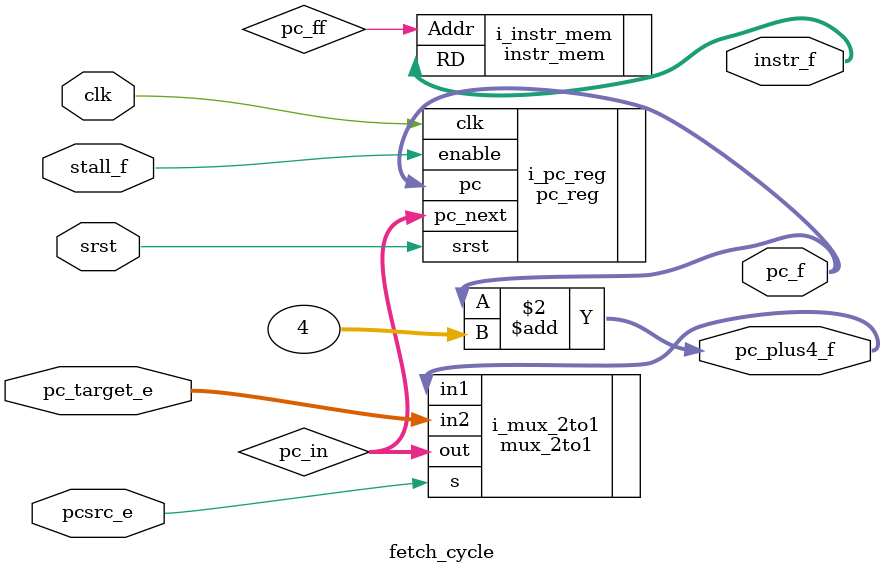
<source format=sv>
module fetch_cycle(
	input clk,
	input srst,
	input stall_f,
	input pcsrc_e,
	input [31:0]pc_target_e,
	output logic [31:0]instr_f,
	output logic [31:0]pc_f,
	output logic [31:0]pc_plus4_f);


	logic [31:0] pc_in;//input to pc_reg
	

// mux to selection pc_in value
	mux_2to1 i_mux_2to1 (
		.in1(pc_plus4_f),// plus 4 in previous pc value to jump om next instrc as word addressable mem anf each word of 4bytes
		.in2(pc_target_e),//form execution stage //branch and jal instr 
		.s(pcsrc_e),//to check if jal or branch
		.out(pc_in));

//pc_f + 4 ,pc_f adder
	always_comb begin : proc_pc_mux
		pc_plus4_f = pc_f + 4;
	end

	logic enable;
	logic [31:0] pc_next;

//pc reg
	pc_reg i_pc_reg (
		.clk(clk),
		.srst(srst),
		.enable(stall_f),//stall is active high else pc+4 and when stall it wont updated the pc value
		.pc_next(pc_in),
		.pc(pc_f)
		);
//instruction memory
	instr_mem i_instr_mem (
		.Addr(pc_ff),
		.RD(instr_f)
		 );




endmodule
</source>
